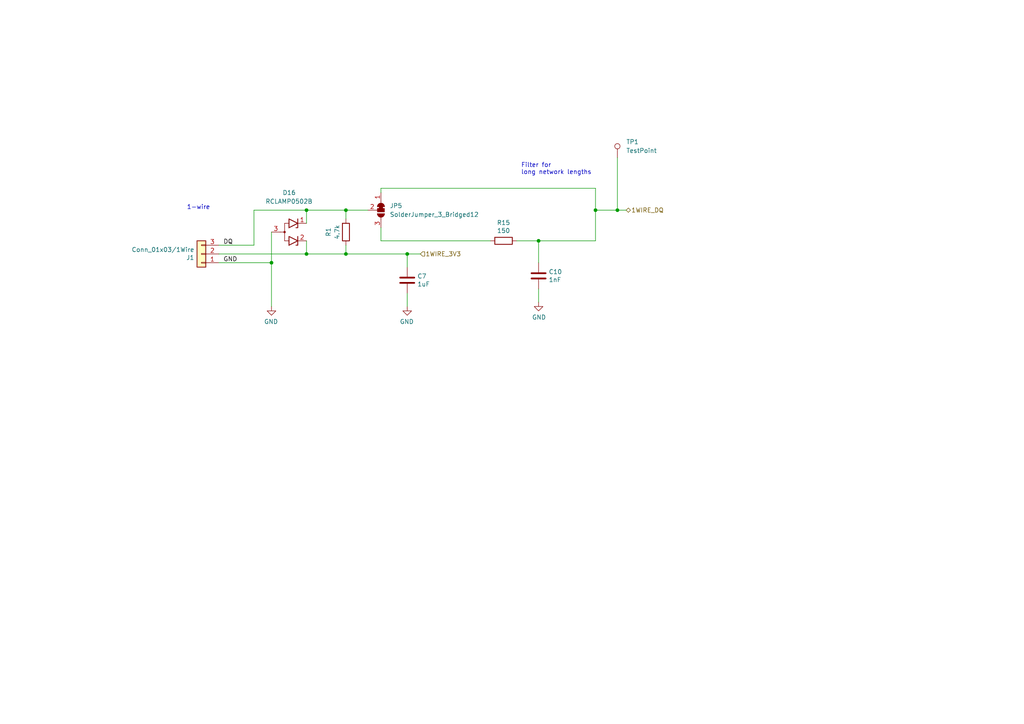
<source format=kicad_sch>
(kicad_sch (version 20230121) (generator eeschema)
  (paper "A4")
  (lib_symbols
    (symbol "Connector:TestPoint" (pin_numbers hide) (pin_names (offset 0.762) hide)
      (property "Reference" "TP" (at 0 6.858 0))
      (property "Value" "TestPoint" (at 0 5.08 0))
      (symbol "TestPoint_0_1"
        (circle (center 0 3.302) (radius 0.762))
      )
      (symbol "TestPoint_1_1"
        (pin passive line (at 0 0 90) (length 2.54) (name "1") (number "1"))
      )
    )
    (symbol "Connector_Generic:Conn_01x03" (pin_names (offset 1.016) hide)
      (property "Reference" "J" (at 0 5.08 0))
      (property "Value" "Conn_01x03" (at 0 -5.08 0))
      (symbol "Conn_01x03_1_1"
        (rectangle (start -1.27 -2.413) (end 0 -2.667) (stroke (width 0.1524)))
        (rectangle (start -1.27 0.127) (end 0 -0.127) (stroke (width 0.1524)))
        (rectangle (start -1.27 2.667) (end 0 2.413) (stroke (width 0.1524)))
        (rectangle (start -1.27 3.81) (end 1.27 -3.81) (stroke (width 0.254)) (fill (type background)))
        (pin passive line (at -5.08 2.54 0) (length 3.81) (name "Pin_1") (number "1"))
        (pin passive line (at -5.08 0 0) (length 3.81) (name "Pin_2") (number "2"))
        (pin passive line (at -5.08 -2.54 0) (length 3.81) (name "Pin_3") (number "3"))
      )
    )
    (symbol "Device:C" (pin_numbers hide) (pin_names (offset 0.254))
      (property "Reference" "C" (at 0.635 2.54 0))
      (property "Value" "C" (at 0.635 -2.54 0))
      (symbol "C_0_1"
        (polyline (pts (xy -2.032 -0.762) (xy 2.032 -0.762)) (stroke (width 0.508)))
        (polyline (pts (xy -2.032 0.762) (xy 2.032 0.762)) (stroke (width 0.508)))
      )
      (symbol "C_1_1"
        (pin passive line (at 0 3.81 270) (length 2.794) (name "~") (number "1"))
        (pin passive line (at 0 -3.81 90) (length 2.794) (name "~") (number "2"))
      )
    )
    (symbol "Device:R" (pin_numbers hide) (pin_names (offset 0))
      (property "Reference" "R" (at 2.032 0 90))
      (property "Value" "R" (at 0 0 90))
      (symbol "R_0_1"
        (rectangle (start -1.016 -2.54) (end 1.016 2.54) (stroke (width 0.254)))
      )
      (symbol "R_1_1"
        (pin passive line (at 0 3.81 270) (length 1.27) (name "~") (number "1"))
        (pin passive line (at 0 -3.81 90) (length 1.27) (name "~") (number "2"))
      )
    )
    (symbol "Jumper:SolderJumper_3_Bridged12" (pin_names (offset 0) hide)
      (property "Reference" "JP" (at -2.54 -2.54 0))
      (property "Value" "SolderJumper_3_Bridged12" (at 0 2.794 0))
      (symbol "SolderJumper_3_Bridged12_0_1"
        (rectangle (start -1.016 0.508) (end -0.508 -0.508) (fill (type outline)))
        (arc (start -1.016 1.016) (mid -2.0276 0) (end -1.016 -1.016))
        (arc (start -1.016 1.016) (mid -2.0276 0) (end -1.016 -1.016) (fill (type outline)))
        (rectangle (start -0.508 1.016) (end 0.508 -1.016) (fill (type outline)))
        (polyline (pts (xy -2.54 0) (xy -2.032 0)))
        (polyline (pts (xy -1.016 1.016) (xy -1.016 -1.016)))
        (polyline (pts (xy 0 -1.27) (xy 0 -1.016)))
        (polyline (pts (xy 1.016 1.016) (xy 1.016 -1.016)))
        (polyline (pts (xy 2.54 0) (xy 2.032 0)))
        (arc (start 1.016 -1.016) (mid 2.0276 0) (end 1.016 1.016))
        (arc (start 1.016 -1.016) (mid 2.0276 0) (end 1.016 1.016) (fill (type outline)))
      )
      (symbol "SolderJumper_3_Bridged12_1_1"
        (pin passive line (at -5.08 0 0) (length 2.54) (name "A") (number "1"))
        (pin passive line (at 0 -3.81 90) (length 2.54) (name "C") (number "2"))
        (pin passive line (at 5.08 0 180) (length 2.54) (name "B") (number "3"))
      )
    )
    (symbol "Power_Protection:RCLAMP0502B" (pin_names hide)
      (property "Reference" "D" (at 0 5.08 0))
      (property "Value" "RCLAMP0502B" (at 0 -5.08 0))
      (symbol "RCLAMP0502B_0_1"
        (polyline (pts (xy -2.54 0) (xy -1.27 0)))
        (polyline (pts (xy -1.27 2.54) (xy -1.27 -2.54)))
        (polyline (pts (xy 0 2.54) (xy -1.27 2.54)) (stroke (width 0.1524)))
        (polyline (pts (xy 2.54 3.81) (xy 2.54 1.27) (xy 2.032 1.27)) (stroke (width 0.254)))
        (polyline (pts (xy 0 1.27) (xy 0 3.81) (xy 2.54 2.54) (xy 0 1.27)) (stroke (width 0.254)))
        (pin passive line (at -5.08 0 0) (length 2.54) (name "A") (number "3"))
      )
      (symbol "RCLAMP0502B_1_1"
        (circle (center -1.27 0) (radius 0.254) (fill (type outline)))
        (polyline (pts (xy 0 -2.54) (xy -1.27 -2.54)) (stroke (width 0.1524)))
        (polyline (pts (xy 2.54 -1.27) (xy 2.54 -3.81) (xy 2.032 -3.81)) (stroke (width 0.254)))
        (polyline (pts (xy 0 -3.81) (xy 0 -1.27) (xy 2.54 -2.54) (xy 0 -3.81)) (stroke (width 0.254)))
        (pin passive line (at 5.08 2.54 180) (length 2.54) (name "K1") (number "1"))
        (pin passive line (at 5.08 -2.54 180) (length 2.54) (name "K2") (number "2"))
      )
    )
    (symbol "power:GND" (power) (pin_names (offset 0))
      (property "Value" "GND" (at 0 -3.81 0))
      (symbol "GND_0_1"
        (polyline (pts (xy 0 0) (xy 0 -1.27) (xy 1.27 -1.27) (xy 0 -2.54) (xy -1.27 -1.27) (xy 0 -1.27)))
      )
      (symbol "GND_1_1"
        (pin power_in line (at 0 0 270) (length 0) hide (name "GND") (number "1"))
      )
    )
  )
  (junction (at 88.9 73.66))
  (junction (at 100.33 60.96))
  (junction (at 179.07 60.96))
  (junction (at 88.9 60.96))
  (junction (at 172.72 60.96))
  (junction (at 118.11 73.66))
  (junction (at 78.74 76.2))
  (junction (at 100.33 73.66))
  (junction (at 156.21 69.85))
  (wire (pts (xy 118.11 77.47) (xy 118.11 73.66)))
  (wire (pts (xy 156.21 69.85) (xy 156.21 76.2)))
  (wire (pts (xy 156.21 83.82) (xy 156.21 87.63)))
  (wire (pts (xy 88.9 60.96) (xy 100.33 60.96)))
  (wire (pts (xy 110.49 69.85) (xy 142.24 69.85)))
  (wire (pts (xy 100.33 73.66) (xy 118.11 73.66)))
  (wire (pts (xy 88.9 69.85) (xy 88.9 73.66)))
  (wire (pts (xy 172.72 60.96) (xy 179.07 60.96)))
  (wire (pts (xy 73.66 71.12) (xy 73.66 60.96)))
  (wire (pts (xy 88.9 64.77) (xy 88.9 60.96)))
  (wire (pts (xy 100.33 60.96) (xy 106.68 60.96)))
  (wire (pts (xy 88.9 73.66) (xy 100.33 73.66)))
  (wire (pts (xy 110.49 54.61) (xy 172.72 54.61)))
  (wire (pts (xy 78.74 67.31) (xy 78.74 76.2)))
  (wire (pts (xy 110.49 54.61) (xy 110.49 55.88)))
  (wire (pts (xy 63.5 71.12) (xy 73.66 71.12)))
  (wire (pts (xy 100.33 60.96) (xy 100.33 63.5)))
  (wire (pts (xy 110.49 69.85) (xy 110.49 66.04)))
  (wire (pts (xy 118.11 88.9) (xy 118.11 85.09)))
  (wire (pts (xy 63.5 73.66) (xy 88.9 73.66)))
  (wire (pts (xy 179.07 60.96) (xy 181.61 60.96)))
  (wire (pts (xy 172.72 60.96) (xy 172.72 69.85)))
  (wire (pts (xy 172.72 54.61) (xy 172.72 60.96)))
  (wire (pts (xy 100.33 71.12) (xy 100.33 73.66)))
  (wire (pts (xy 73.66 60.96) (xy 88.9 60.96)))
  (wire (pts (xy 179.07 45.72) (xy 179.07 60.96)))
  (wire (pts (xy 118.11 73.66) (xy 121.92 73.66)))
  (wire (pts (xy 149.86 69.85) (xy 156.21 69.85)))
  (wire (pts (xy 78.74 76.2) (xy 78.74 88.9)))
  (wire (pts (xy 156.21 69.85) (xy 172.72 69.85)))
  (wire (pts (xy 63.5 76.2) (xy 78.74 76.2)))
  (text "1-wire" (at 60.96 60.96 0) (effects (font (size 1.27 1.27)) (justify right bottom)))
  (text "Filter for \nlong network lengths" (at 151.13 50.8 0) (effects (font (size 1.27 1.27)) (justify left bottom)))
  (label "GND" (at 64.77 76.2 0))
  (label "DQ" (at 64.77 71.12 0))
  (hierarchical_label "1WIRE_DQ" (shape bidirectional) (at 181.61 60.96 0))
  (hierarchical_label "1WIRE_3V3" (shape input) (at 121.92 73.66 0))
  (symbol (lib_id "power:GND") (at 156.21 87.63 0) (unit 1)
    (property "Reference" "#PWR040" (effects hide))
    (property "Value" "GND" (at 156.337 92.0242 0))
  )
  (symbol (lib_id "Power_Protection:RCLAMP0502B") (at 83.82 67.31 0) (unit 1)
    (property "Reference" "D16" (at 83.8835 55.88 0))
    (property "Value" "RCLAMP0502B" (at 83.82 58.42 0))
    (property "Footprint" "Package_TO_SOT_SMD:SOT-416" (effects hide))
    (property "Datasheet" "https://www.semtech.com/products/circuit-protection/low-capacitance/rclamp0502b" (effects hide))
    (instances (project "esp32-multitool" (path "" (reference "D16") (unit 1)) (path "" (reference "D19") (unit 1))))
  )
  (symbol (lib_id "Device:C") (at 156.21 80.01 0) (unit 1)
    (property "Reference" "C10" (at 159.131 78.8416 0) (effects (justify left)))
    (property "Value" "1nF" (at 159.131 81.153 0) (effects (justify left)))
    (property "Footprint" "Capacitor_SMD:C_0603_1608Metric" (effects hide))
    (property "LCSC" "C1588" (effects hide))
    (property "Part" "CL10B102KB8NNNC" (effects hide))
    (property "Cost" "0.0028" (effects hide))
  )
  (symbol (lib_id "Device:R") (at 146.05 69.85 270) (unit 1)
    (property "Reference" "R15" (at 146.05 64.5922 90))
    (property "Value" "150" (at 146.05 66.9036 90))
    (property "Footprint" "Resistor_SMD:R_0603_1608Metric" (effects hide))
    (property "LCSC" "C22808" (effects hide))
    (property "Cost" "0.0010" (effects hide))
    (property "Part" "0603WAF1500T5E" (effects hide))
  )
  (symbol (lib_id "Connector:TestPoint") (at 179.07 45.72 0) (unit 1)
    (property "Reference" "TP1" (at 181.61 41.148 0) (effects (justify left)))
    (property "Value" "TestPoint" (at 181.61 43.688 0) (effects (justify left)))
    (property "Footprint" "TestPoint:TestPoint_Pad_1.0x1.0mm" (effects hide))
  )
  (symbol (lib_id "Device:R") (at 100.33 67.31 0) (unit 1)
    (property "Reference" "R1" (at 95.25 67.31 90))
    (property "Value" "4.7k" (at 97.79 67.31 90))
    (property "Footprint" "Resistor_SMD:R_0603_1608Metric" (effects hide))
    (property "LCSC" "C23162" (effects hide))
    (property "Cost" "0.0009" (effects hide))
    (property "Part" "0603WAF4701T5E" (effects hide))
    (instances (project "esp32-multitool" (path "" (reference "R1") (unit 1))) (project "1wire" (path "" (reference "R9") (unit 1))))
  )
  (symbol (lib_id "power:GND") (at 118.11 88.9 0) (mirror y) (unit 1)
    (property "Reference" "#PWR012" (effects hide))
    (property "Value" "GND" (at 117.983 93.2942 0))
    (instances (project "esp32-multitool" (path "" (reference "#PWR012") (unit 1))) (project "1wire" (path "" (reference "#PWR031") (unit 1))))
  )
  (symbol (lib_id "Connector_Generic:Conn_01x03") (at 58.42 73.66 180) (unit 1)
    (property "Reference" "J1" (at 56.388 74.7268 0) (effects (justify left)))
    (property "Value" "Conn_01x03/1Wire" (at 56.388 72.4154 0) (effects (justify left)))
    (property "Footprint" "Connector_JST:JST_PH_B4B-PH-K_1x03_P2.00mm_Vertical" (effects hide))
    (property "LCSC" "C145960" (effects hide))
    (property "Cost" "0.0532" (effects hide))
    (property "Part" "C145960" (effects hide))
    (instances (project "esp32-multitool" (path "" (reference "J1") (unit 1))) (project "1wire" (path "" (reference "J6") (unit 1))))
  )
  (symbol (lib_id "Jumper:SolderJumper_3_Bridged12") (at 110.49 60.96 270) (unit 1)
    (property "Reference" "JP5" (at 113.03 59.69 90) (effects (justify left)))
    (property "Value" "SolderJumper_3_Bridged12" (at 113.03 62.23 90) (effects (justify left)))
    (property "Footprint" "Jumper:SolderJumper-3_P1.3mm_Bridged12_Pad1.0x1.5mm_NumberLabels" (effects hide))
  )
  (symbol (lib_id "Device:C") (at 118.11 81.28 0) (unit 1)
    (property "Reference" "C7" (at 121.031 80.1116 0) (effects (justify left)))
    (property "Value" "1uF" (at 121.031 82.423 0) (effects (justify left)))
    (property "Footprint" "Capacitor_SMD:C_0603_1608Metric" (effects hide))
    (property "LCSC" "C19702" (effects hide))
    (property "Cost" "0.0031" (effects hide))
    (property "Part" "CL10A106KP8NNNC" (effects hide))
    (instances (project "esp32-multitool" (path "" (reference "C7") (unit 1)) (path "" (reference "C6") (unit 1))))
  )
  (symbol (lib_id "power:GND") (at 78.74 88.9 0) (mirror y) (unit 1)
    (property "Reference" "#PWR019" (effects hide))
    (property "Value" "GND" (at 78.613 93.2942 0))
    (instances (project "esp32-multitool" (path "" (reference "#PWR019") (unit 1))) (project "1wire" (path "" (reference "#PWR031") (unit 1))))
  )
)
</source>
